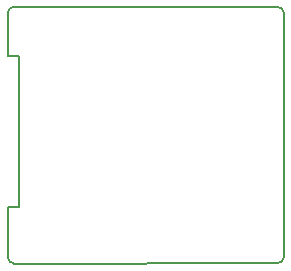
<source format=gbr>
G04 #@! TF.GenerationSoftware,KiCad,Pcbnew,(5.0.1-3-g963ef8bb5)*
G04 #@! TF.CreationDate,2019-06-18T14:48:21-10:00*
G04 #@! TF.ProjectId,OpenHAK_Display,4F70656E48414B5F446973706C61792E,rev?*
G04 #@! TF.SameCoordinates,Original*
G04 #@! TF.FileFunction,Profile,NP*
%FSLAX46Y46*%
G04 Gerber Fmt 4.6, Leading zero omitted, Abs format (unit mm)*
G04 Created by KiCad (PCBNEW (5.0.1-3-g963ef8bb5)) date Tuesday, June 18, 2019 at 02:48:21 PM*
%MOMM*%
%LPD*%
G01*
G04 APERTURE LIST*
%ADD10C,0.150000*%
G04 APERTURE END LIST*
D10*
X140041338Y-91240542D02*
G75*
G02X140541338Y-91740542I0J-500000D01*
G01*
X140541337Y-112440541D02*
G75*
G02X140041338Y-112940542I-500000J-1D01*
G01*
X117185000Y-91740542D02*
G75*
G02X117685000Y-91240542I500000J0D01*
G01*
X117721338Y-112976000D02*
G75*
G02X117196338Y-112451000I0J525000D01*
G01*
X117185000Y-95386000D02*
X117185000Y-91741000D01*
X118091338Y-108190542D02*
X117195000Y-108191000D01*
X118095000Y-108191000D02*
X118095000Y-95391000D01*
X117185000Y-95391000D02*
X118091338Y-95390542D01*
X117196338Y-112440542D02*
X117195000Y-108191000D01*
X140541338Y-112440542D02*
X140541338Y-91740542D01*
X140041338Y-112960542D02*
X117735000Y-112981000D01*
X140041338Y-91240542D02*
X117695000Y-91241000D01*
M02*

</source>
